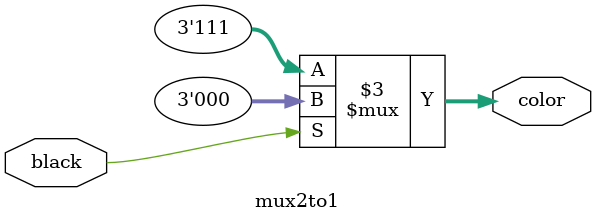
<source format=v>



module DanceDanceRev
	(
		CLOCK_50,						//	On Board 50 MHz
		KEY,							//	Push Button[3:0]
		SW,								//	DPDT Switch[17:0]
		VGA_CLK,   						//	VGA Clock
		VGA_HS,							//	VGA H_SYNC
		VGA_VS,							//	VGA V_SYNC
		VGA_BLANK,						//	VGA BLANK
		VGA_SYNC,						//	VGA SYNC
		VGA_R,   						//	VGA Red[9:0]
		VGA_G,	 						//	VGA Green[9:0]
		VGA_B,   						//	VGA Blue[9:0]
		HEX0,
		HEX1,
		HEX2,
		HEX3,
		HEX4,
		HEX5,
		GPIO_0,
		AUD_ADCDAT,

	// Bidirectionals
	AUD_BCLK,
	AUD_ADCLRCK,
	AUD_DACLRCK,

	FPGA_I2C_SDAT,

	// Outputs
	AUD_XCK,
	AUD_DACDAT,

	FPGA_I2C_SCLK,
	);
	
	input				AUD_ADCDAT;

// Bidirectionals
inout				AUD_BCLK;
inout				AUD_ADCLRCK;
inout				AUD_DACLRCK;

inout				FPGA_I2C_SDAT;

// Outputs
output				AUD_XCK;
output				AUD_DACDAT;

output				FPGA_I2C_SCLK;


	input			CLOCK_50;				//	50 MHz
	input	[3:0]	KEY;					//	Button[3:0]
	input	[9:0]	SW;						//	Switches[0:0]
	input [6:0]GPIO_0;
	
	output			VGA_CLK;   				//	VGA Clock
	output			VGA_HS;					//	VGA H_SYNC
	output			VGA_VS;					//	VGA V_SYNC
	output			VGA_BLANK;				//	VGA BLANK
	output			VGA_SYNC;				//	VGA SYNC
	output	[9:0]	VGA_R;   				//	VGA Red[9:0]
	output	[9:0]	VGA_G;	 				//	VGA Green[9:0]
	output	[9:0]	VGA_B;   				//	VGA Blue[9:0]
	output [6:0]HEX0, HEX1,HEX2,HEX3,HEX4,HEX5;
	wire resetn;
	
	wire [3:0]HEXCOUNTER1;
	wire [3:0]HEXCOUNTER2;
	wire [3:0]HEXCOUNTER3;
	wire [3:0]HEXCOUNTER4;
	wire [7:0]scoring;
	
	
	wire [2:0] color;
	wire [7:0] x;
	wire [7:0] wir_x;
	wire [7:0] wir_y;
	wire [7:0] y;
	wire plot;
	wire [3:0]enableCount;
	wire [3:0]pressEnable;
	assign resetn = SW[0];

	
	
	// Create an Instance of a VGA controller - there can be only one!
	// Define the number of colours as well as the initial background
	// image file (.MIF) for the controller.
	
	
	
	
	vga_adapter VGA(
			.resetn(resetn),
			.clock(CLOCK_50),
			.colour(color),
			.x(wir_x),
			.y(wir_y),
			.plot(plot),
			/* Signals for the DAC to drive the monitor. */
			.VGA_R(VGA_R),
			.VGA_G(VGA_G),
			.VGA_B(VGA_B),
			.VGA_HS(VGA_HS),
			.VGA_VS(VGA_VS),
			.VGA_BLANK(VGA_BLANK),
			.VGA_SYNC(VGA_SYNC),
			.VGA_CLK(VGA_CLK));
			
		defparam VGA.RESOLUTION = "160x120";
		defparam VGA.MONOCHROME = "FALSE";
		defparam VGA.BITS_PER_COLOUR_CHANNEL = 1;
		defparam VGA.BACKGROUND_IMAGE = "backgroundimg.mif";
		
		//sends signals to drop blocks
dancechoreography d0(CLOCK_50,~SW[0],enableCount[3:0]);

		//uses FSM to drop blocks
part3 simulatechoreography(CLOCK_50, resetn,SW[7:0],wir_x,wir_y,color,plot,enableCount[3:0],pressEnable[3:0],scoring[7:0]);	

	// increments score depending on when pads are pressed
reactiontime test(pressEnable[0], pressEnable[1], pressEnable[2], pressEnable[3], scoring,  ~KEY[0], ~KEY[1], ~KEY[2], ~KEY[3],
			CLOCK_50, ~SW[0],HEXCOUNTER1,HEXCOUNTER2,HEXCOUNTER3,HEXCOUNTER4, ~GPIO_0[0], ~GPIO_0[2], ~GPIO_0[4], ~GPIO_0[6],SW[2]);
			
	hex_decoder  hex0(scoring[3:0], HEX0);
	hex_decoder  hex1(scoring[7:4], HEX1);
	hex_decoder  hex3(HEXCOUNTER1, HEX2);
	hex_decoder  hex4(HEXCOUNTER2, HEX3);
	hex_decoder  hex5(HEXCOUNTER3, HEX4);
	hex_decoder  hex6(HEXCOUNTER4, HEX5);
	
	
	
	//song instantiation
	audioTry DDRsong (
	// Inputs
	.CLOCK_50(CLOCK_50),
	.reset(SW[9]),

	.AUD_ADCDAT(AUD_ADCDAT),

	// Bidirectionals
	.AUD_BCLK(AUD_BCLK),
	.AUD_ADCLRCK(AUD_ADCLRCK),
	.AUD_DACLRCK(AUD_DACLRCK),

	.FPGA_I2C_SDAT(FPGA_I2C_SDAT),

	// Outputs
	.AUD_XCK(AUD_XCK),
	.AUD_DACDAT(AUD_DACDAT),

	.FPGA_I2C_SCLK(FPGA_I2C_SCLK),
	//LEDR
);
		endmodule







module dancechoreography(clock,resetn,enablecount);
input clock;
input resetn;
output reg [3:0]enablecount;//enablecount 1 2 3 4 

reg [29:0]counterbetweenpulses;//counts between pulses
reg [29:0]upcounter;
reg [1:0]analysetimebetweensteps;
reg [200:0]choreography;
reg [200:0]timing;
reg [20:0]timingcounter;
reg [1:0]analysewhichsteptopress;
reg [1:0]storeChorBits; //used to shift the bits that have been bit shifted

always@(posedge clock)

begin
case(analysetimebetweensteps)//adjust numbers below to mark time between block drops

2'd0:begin
	counterbetweenpulses<=30'd9999999;//
	end
2'd1:begin
	counterbetweenpulses<=30'd5999999;
	end
2'd2:begin
	counterbetweenpulses<=30'd19999999;
	end
3'd3:begin
	counterbetweenpulses<=30'd8999999;
	end
endcase

end


always@(posedge clock)
begin
	case(analysewhichsteptopress)//encoder for which block to fall
	2'd0:begin
		enablecount<=4'b0001;
	end
	2'd1:begin
		enablecount<=4'b0010;
	end
	2'd2:begin
		enablecount<=4'b0100;
	end
	3'd3:begin
		enablecount<=4'b1000;
	end
	endcase
end

always@(posedge clock)
begin
if(resetn)
	begin
	//string of 200 bits to tell order of steps of blocks falling, and time between falling blocks
	choreography<= 201'b010101000001011100000011011000000100011001000011000000111001001110010011110011100111110011000101101011101010101101101100001010001101010001001010010100101101000110000010111001111111011001010001010100000;
	//choreography[200:193]<=8'b11011000;
	//choreography[192:0]<=193'b0;
	timing <= 201'b110011100010011100111100001101001000110011000000010100101100011010101111000001100101110010101100010100000000101100011011110010101001000001110011110101011111100011100101110000010110010000010011011101100; 
	//timing[200:193]<=8'b11001001;
	//timing[192:0]<=193'b0;
	analysewhichsteptopress<=2'b11;
	analysetimebetweensteps<=2'b11;
	storeChorBits<=2'b11;
	upcounter<=0;
	end
else
	begin 
	if(upcounter>=counterbetweenpulses)
		begin
		timing<=timing<<2;
		storeChorBits <= choreography[200:199];
		choreography<=choreography<<2;
		//resetting the choreography
		choreography[1:0] <= storeChorBits;
		timing[1:0]<=analysewhichsteptopress;
		analysewhichsteptopress<=choreography[200:199];
		analysetimebetweensteps<=timing[200:199];
		upcounter <= 30'd0;
		end
	else if(upcounter<counterbetweenpulses)
		begin
		upcounter<=upcounter+1;
		end

	//added portion here to reset

	end
end
endmodule 


module reactiontime(enableCount1, enableCount2, enableCount3, enableCount4, overallScore, press1, press2, press3, press4, clk, reset,HEXCOUNTER1,HEXCOUNTER2,HEXCOUNTER3,HEXCOUNTER4,pad1, pad2, pad3, pad4,resetscore);
	
	//enable signals for the counters
	input enableCount1, enableCount2, enableCount3, enableCount4, clk, reset;
	reg startCount1, startCount2, startCount3, startCount4;
	reg enablescore;
	reg [25:0]countbeforeincrement;	
	//inputs of user pressing the keys
	input press1, press2, press3, press4, pad1, pad2, pad3, pad4;
	input resetscore;
	
	//counters, which will determine keep track of how much time user has to press the buttons
	reg [30:0] count1, count2, count3, count4;

	//will display score on the screen, can display these on hexes as well
	output reg [7:0]overallScore; 
	output reg [3:0]HEXCOUNTER1;
	output reg [3:0]HEXCOUNTER2;
	output reg [3:0]HEXCOUNTER3;
	output reg [3:0]HEXCOUNTER4;
	
	

	
	always@(posedge clk)
		begin
			if(resetscore)begin
			overallScore<=8'b0;end
			if(reset) begin  //down counter for each block reaction time window
				count1=31'd50000000;
				count2=31'd50000000;
				count3=31'd50000000;
				count4=31'd50000000;
				countbeforeincrement<=0;
				overallScore<=8'b0;
				
				end
			else begin
			if(enableCount1)
				startCount1<=1'b1;
			if(enableCount2)
				startCount2<=1'b1;
			if(enableCount3)
				startCount3<=1'b1;
			if(enableCount4)
				startCount4<=1'b1;
			if(enablescore==1'b1)
				begin//counter to ensure score increments by 1 when reaction occurs
					if(countbeforeincrement<26'd5000000)
					countbeforeincrement<=countbeforeincrement+1;
					else if(countbeforeincrement>=26'd5000000)
						begin
						overallScore<=overallScore+1;
						enablescore<=1'b0;
						countbeforeincrement<=0;
						end
				end
			
			if(startCount1)begin
			
				if(count1 > 31'd90000000)//some parts are residual code from older milestons
					begin
					HEXCOUNTER1<=4'd3;
					count1<=count1-1;
					end
				else if(count1<=31'd90000000 && count1>31'd50000001)
					begin
					HEXCOUNTER1 <= 4'd2;
					count1<=count1-1;
					if(press1 || pad1)
						begin
						enablescore<=1'b1;
						startCount1 <= 1'b0;
						count1 <= 31'd0;
						HEXCOUNTER1 <= 3'd0;
						end
					end
				else if(count1<=31'd50000001 && count1>31'd5000000)//countdown begins here for block1. 
					begin
					HEXCOUNTER1<=4'd1;
					count1<=count1-1;
					if(press1 || pad1)//pressing enables score to increment and count to reset, same goes for the following blocks
						begin
						enablescore<=1'b1;
						startCount1<=1'b0;
						count1<=31'd0;
						HEXCOUNTER1<=3'd0;
						end
					end
				else if(count1<=31'd5000000&&count1>31'd0)
					begin
					HEXCOUNTER1<=4'd0;
					count1<=count1-1;
					if(press1 || pad1)
						begin
						enablescore<=1'b1;
						startCount1<=1'b0;
						count1<=31'd0;
						HEXCOUNTER1<=3'd0;
						end
					end
				else if(count1==31'd0)
					begin
					count1<=31'd50000000;
					startCount1<=1'b0;
					end
				end
			if(startCount2)begin
			
				if(count2>31'd90000000)
					begin
					HEXCOUNTER2<=4'd3;
					count2<=count2-1;
					end
				else if(count2<=31'd90000000&&count2>31'd50000001)
					begin
					HEXCOUNTER2<=4'd2;
					count2<=count2-1;
					if(press2 || pad2)
						begin
						enablescore<=1'b1;
						startCount2<=1'b0;
						count2<=31'd0;
						HEXCOUNTER2<=3'd0;
						end
					end
				else if(count2<=31'd50000001&&count2>31'd5000000)
					begin
					HEXCOUNTER2<=4'd1;
					count2<=count2-1;
					if(press2 || pad2)
						begin
						enablescore<=1'b1;
						startCount2<=1'b0;
						count2<=31'd0;
						HEXCOUNTER2<=3'd0;
						end
					end
				else if(count2<=31'd5000000&&count2>31'd0)
					begin
					HEXCOUNTER2<=4'd0;
					count2<=count2-1;
					if(press2 || pad2)
						begin
						enablescore<=1'b1;
						startCount2<=1'b0;
						count2<=31'd0;
						HEXCOUNTER2<=3'd0;
						end
					end
				else if(count2==31'd0)
					begin
					count2<=31'd50000000;
					startCount2 <= 1'b0;
					end
				end
			if(startCount3)begin
			
				if(count3>31'd90000000)
					begin
					HEXCOUNTER3<=4'd3;
					count3<=count3-1;
					end
				else if(count3<=31'd90000000&&count3>31'd50000001)
					begin
					HEXCOUNTER3<=4'd2;
					count3<=count3-1;
					if(press3 || pad3)
						begin
						enablescore<=1'b1;
						startCount3<=1'b0;
						count3<=31'd0;
						HEXCOUNTER3<=3'd0;
						end
					end
				else if(count3<=31'd50000001&&count3>31'd5000000)
					begin
					HEXCOUNTER3<=4'd1;
					count3<=count3-1;
					if(press3 || pad3)
						begin
						enablescore<=1'b1;
						startCount3 <= 1'b0;
						count3 <= 31'd0;
						HEXCOUNTER3<=3'd0;
						end
					end
				else if(count3<=31'd5000000&&count3>31'd0)
					begin
					HEXCOUNTER3<=4'd0;
					count3<=count3-1;
					if(press3 || pad3)
						begin
						enablescore<=1'b1;
						startCount3<=1'b0;
						count3<=31'd0;
						HEXCOUNTER3<=3'd0;
						end
					end
				else if(count3==31'd0)
					begin
					count3<=31'd50000000;
					startCount3<=1'b0;
					end
				end
			if(startCount4)begin
			
				if(count4>31'd90000000)
					begin
					HEXCOUNTER4<=4'd3;
					count4<=count4-1;
					end
				else if(count4<=31'd90000000&&count4>31'd50000001)
					begin
					HEXCOUNTER4<=4'd2;
					count4<=count4-1;
					if(press4 || pad4)
						begin
						enablescore<=1'b1;
						startCount4<=1'b0;
						count4<=31'd0;
						HEXCOUNTER4<=3'd0;
						end
					end
				else if(count4<=31'd50000001&&count4>31'd5000000)
					begin
					HEXCOUNTER4<=4'd1;
					count4<=count4-1;
					if(press4 || pad4)
						begin
						enablescore<=1'b1;
						startCount4<=1'b0;
						count4<=31'd0;
						HEXCOUNTER4<=3'd0;
						end
					end
				else if(count4<=31'd5000000&&count4>31'd0)
					begin
					HEXCOUNTER4<=4'd0;
					count4<=count4-1;
					if(press4 || pad4)
						begin
						enablescore<=1'b1;
						startCount4<=1'b0;
						count4<=31'd0;
						HEXCOUNTER4<=3'd0;
						end
					end
				else if(count4==31'd0)
					begin
					count4<=31'd50000000;
					startCount4<=1'b0;
					end
				end
				
			end
		end
		
	
	

		
				
				
				
	endmodule

	module hex_decoder(hex_digit, segments);
    input [3:0] hex_digit;
    output reg [6:0] segments;
   
    always @(*)
        case (hex_digit)
            4'h0: segments = 7'b100_0000;
            4'h1: segments = 7'b111_1001;
            4'h2: segments = 7'b010_0100;
            4'h3: segments = 7'b011_0000;
            4'h4: segments = 7'b001_1001;
            4'h5: segments = 7'b001_0010;
            4'h6: segments = 7'b000_0010;
            4'h7: segments = 7'b111_1000;
            4'h8: segments = 7'b000_0000;
            4'h9: segments = 7'b001_1000;
            4'hA: segments = 7'b000_1000;
            4'hB: segments = 7'b000_0011;
            4'hC: segments = 7'b100_0110;
            4'hD: segments = 7'b010_0001;
            4'hE: segments = 7'b000_0110;
            4'hF: segments = 7'b000_1110;   
            default: segments = 7'h7f;
        endcase
endmodule

				









		
module part3(clock, resetn,inputs,wir_x,wir_y,colour,plot,enablecount,pressEnable,score);
input clock,resetn;
input [7:0]score;
output plot;
output [3:0]pressEnable;
input [7:0]inputs;
input [3:0]enablecount;
wire [10:0]state;
wire [7:0]x;
wire [7:0]y;
wire [7:0]x1;
wire [7:0]y1;
wire [7:0]x2;
wire [7:0]y2;
wire [7:0]x3;
wire [7:0]y3;
wire [7:0]y4;
wire [7:0]x4;
wire [7:0]y5;
wire [7:0]x5;

assign y4=8'd30;
assign x4=8'd110;
assign y5=8'd30;
assign x5=8'd103;
wire black,moveup,movedown,moveleft,moveright;
wire [5:0]draw;
output [7:0] wir_x;
output [7:0] wir_y;
output [2:0] colour;
reg [7:0]finalx;
reg [7:0]finaly;
wire [7:0]wir_x1;
wire [7:0]wir_x2;
wire [7:0]wir_y1;
wire [7:0]wir_y2;
reg [3:0]inputscore;
//control tells datapath to either draw change position or destroy blocks
control C0(clock,resetn,inputs,state);
//datapath does that
datapath D0(clock,resetn,state,x,y,x1,y1,x2,y2,x3,y3,inputs,black,movedown,plot,draw,enablecount,pressEnable);
always@(*)
begin
if(draw==6'b100000)
	inputscore<=score[7:4];
else if (draw==6'b010000)
	inputscore<=score[3:0];
end
always@(posedge clock)//coordinates of blocks change, we use an (x,y) pair for each column and must store that into the VGA at appropriate time
begin
case(draw)
5'b00001:begin
	finalx<=x;
	finaly<=y;
	
	end	
5'b00010:begin
	finalx<=x1;
	finaly<=y1;

	end	
5'b00100:begin
	finalx<=x2;
	finaly<=y2;
	
	end	
5'b01000:begin
	finalx<=x3;
	finaly<=y3;
	
	end
5'b10000: begin
	finalx<=x4;
	finaly<=y4;
	end
6'b100000:begin
	finalx<=x5;
	finaly<=y5;
	end	
endcase
end
square S0(finalx,finaly, clock, wir_x,  wir_y,black,resetn,draw[5:0],plot,colour,inputscore);//draws square and score blocks


endmodule

module control(clock,resetn,inputs,state);
input clock;
input [7:0]inputs;
input resetn;


output reg [10:0]state;
reg [27:0]counter;
reg [10:0]drawcount;
always@(posedge clock)
	begin
	if(~resetn)
	begin
	state<=0;
	counter<=0;
	drawcount<=0;
	end
	else 
		begin
			case(state)
			25'd0://find the places x0 x1 x2 and x3 are falling (only check the block points if y is at 0 or )
				begin
				if(drawcount<=4)
					drawcount<=drawcount+1;
				else if(drawcount>4)
					begin
					drawcount<=0;
					state<=state+1;
					end
				end
			25'd1:begin//draw block 1
				if(drawcount<=17)
					drawcount<=drawcount+1;
				else if(drawcount>17)
					begin
					drawcount<=0;
					state<=state+1;
					end
				end
			25'd2: state<=state+1;
			25'd3:
			begin
				if(drawcount<=4)
					drawcount<=drawcount+1;
				else if(drawcount>4)
					begin
					drawcount<=0;
					state<=state+1;
					end
				end
			25'd4://draw block 2
				begin
				if(drawcount<=17)
					drawcount<=drawcount+1;
				else if(drawcount>17)
					begin
					drawcount<=0;
					state<=state+1;
					end
				end
			25'd5: state<=state+1;
			25'd6:begin
				if(drawcount<=4)
					drawcount<=drawcount+1;
				else if(drawcount>4)
					begin
					drawcount<=0;
					state<=state+1;
					end
				end
			25'd7:begin//draw block 3
				if(drawcount<=17)
					drawcount<=drawcount+1;
				else if(drawcount>17)
					begin
					drawcount<=0;
					state<=state+1;
					end
				end
			25'd8: state<=state+1;
			25'd9:begin
				if(drawcount<=4)
					drawcount<=drawcount+1;
				else if(drawcount>4)
					begin
					drawcount<=0;
					state<=state+1;
					end
				end
			25'd10:begin//draw block 4
				if(drawcount<=17)
					drawcount<=drawcount+1;
				else if(drawcount>17)
					begin
					drawcount<=0;
					state<=state+1;
					end
				end

			25'd11:begin//counter
					if(counter<=28'd833333)
					counter<=counter+1;
					else
						begin
						counter<=0;
						state<=state+1;
						end
					end
			25'd12: state<=state+1;
			25'd13:begin
				if(drawcount<=4)
					drawcount<=drawcount+1;
				else if(drawcount>4)
					begin
					drawcount<=0;
					state<=state+1;
					end
				end	
			25'd14:begin//delete to black1
					if(drawcount<=17)
					drawcount<=drawcount+1;
				else if(drawcount>17)
						begin
						drawcount<=0;
						state<=state+1;
						end
					end
			25'd15: state<=state+1;
			25'd16:
			begin
				if(drawcount<=4)
					drawcount<=drawcount+1;
				else if(drawcount>4)
					begin
					drawcount<=0;
					state<=state+1;
					end
				end
			25'd17:begin//deletetoblack 2
				if(drawcount<=17)
					drawcount<=drawcount+1;
				else if(drawcount>17)
					begin
					drawcount<=0;
					state<=state+1;
					end
				end
			25'd18: state<=state+1;
			25'd19:
			begin
				if(drawcount<=4)
					drawcount<=drawcount+1;
				else if(drawcount>4)
					begin
					drawcount<=0;
					state<=state+1;
					end
				end
			25'd20:begin//deleteto black 3
					if(drawcount<=17)
					drawcount<=drawcount+1;
				else if(drawcount>17)
						begin
						drawcount<=0;
						state<=state+1;
							end
					end
			25'd21:state<=state+1;
			25'd22:begin
				if(drawcount<=4)
					drawcount<=drawcount+1;
				else if(drawcount>4)
					begin
					drawcount<=0;
					state<=state+1;
					end
				end
			25'd23:begin//deletetoblack 4
				if(drawcount<=17)
					drawcount<=drawcount+1;
				else if(drawcount>17)
					begin
					drawcount<=0;
					state<=state+1;
					end
				end
			25'd24:state<=state+1;
			25'd25:state<=state+1;
			25'd26:begin
				if(drawcount<=4)
					drawcount<=drawcount+1;
				else if(drawcount>4)
					begin
					drawcount<=0;
					state<=state+1;
					end
				end
			25'd27:begin
				if(drawcount<=100)//draw ones score in hexadecimal
					drawcount<=drawcount+1;
				else if(drawcount>100)
					begin
					drawcount<=0;
					state<=state+1;
					end
				end
			25'd28:state<=state+1;
			25'd29:state<=state+1;
			25'd30:begin
				if(drawcount<=4)
					drawcount<=drawcount+1;
				else if(drawcount>4)
					begin
					drawcount<=0;
					state<=state+1;
					end
				end
			25'd31:begin
				if(drawcount<=100)//draw tens score in hexadecimal
					drawcount<=drawcount+1;
				else if(drawcount>100)
					begin
					drawcount<=0;
					state<=state+1;
					end
				end
			25'd32:state<=state+1;
			25'd33:begin
				if(drawcount<=4)
					drawcount<=drawcount+1;
				else if(drawcount>4)
					begin
					drawcount<=0;
					state<=0;
					end
				end
					
			default: ;

			endcase
		end
	end



endmodule

module datapath(clock,resetn,state,x,y,x1,y1,x2,y2,x3,y3,inputs,black,movedown,plot,draw,enablecount,pressEnable);
input clock;
input [7:0]inputs;
input resetn;
input [10:0] state;
input [3:0]enablecount;
output reg [3:0]pressEnable;
output reg [7:0]x;
output reg [7:0]y;
output reg [7:0]x1;
output reg [7:0]y1;
output reg [7:0]x2;
output reg [7:0]y2;
output reg [7:0]x3;
output reg [7:0]y3;
output reg plot;
output reg movedown;
output reg black;
output reg [5:0]draw;
reg [3:0]rundown;

always@(posedge clock)
begin
if(~resetn) begin
	plot<=0;
	draw<=0;
	black<=0;
	movedown<=0;
	x<=8'd20;
	y<=8'd20;
	x1<=8'd40;
	y1<=8'd20;
	x2<=8'd60;
	y2<=8'd20;
	x3<=8'd80;
	y3<=8'd20;
	pressEnable<=4'd0;
	rundown<=4'b0;
	end 
	else if(resetn)  begin
	if(enablecount[0]==1&&y==20)//first take in signals to know if blocks should start falling
				begin
					rundown[0]<=1;
					x<= 8'd20;
					y<=8'd20;
				end
				if(enablecount[1]==1&&y1==20)
				begin
					rundown[1]<=1;
					x1<=8'd40;
					y1<=8'd20;
				end
				if(enablecount[2]==1&&y2==20)
				begin
					rundown[2]<=1;
					x2<=8'd60;
						y2<=8'd20;
				end
				if(enablecount[3]==1&&y3==20)
				begin
					rundown[3]<=1;
					x3<=8'd80;
					y3<=8'd20;
				end
		case(state)		
				
		25'd0:begin
		plot<=0;
		draw<=4'b0001;
		end
		25'd1:begin//draw block 1
		if(rundown[0])
			begin
			plot<=1;
			draw<=4'b0001;
			end

		end
		25'd2: draw<=0;
		25'd3: begin
		plot<=0;
		draw<=4'b0010;
		end
		25'd4:
		begin
		if(rundown[1])//draw block 2
			begin
			plot<=1;
			draw<=4'b0010;
			end
		end
		25'd5: draw<=0;
		25'd6:begin
		plot<=0;
		draw<=4'b0100;
		end
		25'd7:begin
		if(rundown[2])//draw block 3
			begin
			plot<=1;
			draw<=4'b0100;
			end
		end
		25'd8: draw<=0;
		25'd9:begin
		plot<=0;
		draw<=4'b1000;
		end
		25'd10:begin//draw block 4
		if(rundown[3])
			begin
			plot<=1;//output changes to square
			draw<=4'b1000;//run through squares changes
			end
		end
		25'd11:;//firstcounter
		25'd12: draw<=0;
		25'd13:begin
		plot<=0;
		draw<=4'b0001;
		end
		25'd14:begin//deletetoblack block 0
		if(rundown[0])
			begin
			plot<=1;
			black<=1;
			draw<=4'b0001;
			end
		end
		25'd15: draw<=0;
		25'd16:begin
		plot<=0;
		draw<=4'b0010;
		end
		25'd17:begin//drawblack on current x values block 1
		if(rundown[1])
			begin
			plot<=1;
			black<=1;
			draw<=4'b0010;
			end
		end
		25'd18: draw<=0;
		25'd19:begin
		plot<=0;
		draw<=4'b0100;
		end
		25'd20:begin//drawblack on current x values block 2
		if(rundown[2])
			begin
			plot<=1;
			black<=1;
			draw<=4'b0100;
			end
		end
		25'd21: draw<=0;
		25'd22:begin
		plot<=0;
		draw<=4'b1000;
		end
		25'd23:begin 
		if(rundown[3])//draw black on current x values block 3
		begin
			black<=1;
			draw<=4'b1000;
			plot<=1;
			end
		end

		25'd24:begin //shift y coordinate down 1 pixel for each falling block
		black<=0;
		draw<=0;
		plot<=0;

		if(rundown[0])
			begin
			if(y>75)
			pressEnable[0]<=1;
			if(y<90)
			y<=y+1;
				else begin
				y<=20;
				rundown[0]<=0;
				pressEnable[0]<=0;
				end
			end

		if(rundown[1])
			begin
			if(y1>75)
			pressEnable[1]<=1;
			if(y1<90)
			y1<=y1+1;
				else begin
				y1<=20;
				rundown[1]<=0;
				pressEnable[1]<=0;
				end
			end
		if(rundown[2])
			begin
			if(y2>75)
			pressEnable[2]<=1;
			if(y2<90)
			y2<=y2+1;
				else begin
				y2<=20;
				rundown[2]<=0;
				pressEnable[2]<=0;
				end
			end
		if(rundown[3])
			begin
			if(y3>75)
			pressEnable[3]<=1;
			if(y3<90)
			y3<=y3+1;
				else begin
				y3<=20;
				rundown[3]<=0;
				pressEnable[3]<=0;
				end
			end
		end
		25'd25:begin
		draw<=0;
		end
		25'd26:begin
		plot<=0;
		draw<=5'b10000;
		end
		25'd27:plot<=1;//draw 1's score in hexadecimal
		25'd28:begin
		draw<=0;
		plot<=0;
		end
		25'd29:begin
		draw<=0;
		end
		25'd30:begin
		plot<=0;
		draw<=6'b100000;
		end
		25'd31:plot<=1;//draw 10's score in hexadecimal
		25'd32:begin
		draw<=0;
		plot<=0;
		end
		25'd33:
		begin
		plot<=0;
		draw<=4'b0001;
		end
		default: ;//hold
		endcase
	end
end


endmodule 
//draws both squares and scores
	module square (input [7:0]x,input [7:0]y, input clock, output [7:0] wir_x, output [7:0] wir_y,input black,input resetn,input [5:0]draw,input plot,output [2:0]colour,input [3:0]score);
		
		
		reg [2:0] countx = 3'b000; 
		reg [2:0] county = 3'b000;  
		reg go;
		reg [24:0]bits;
		reg [2:0] counter;
		reg assignblack;
		reg black2;
		 assign wir_x = x + countx;
		 assign wir_y = y + county;
		 
		 mux2to1 M0(assignblack, colour);
		always@(*)
			begin
			if(draw==5'b1||draw==5'd2||draw==5'd4||draw==5'd8)
			assignblack<=black;//for drawing over entirely in black or for drawing over entirely in white
			else if(draw==6'd16||6'd32)
			assignblack<=black2;//drawing scores have some squares black and some white
			end
			
		always@ (posedge clock)//draws squares
			if(~resetn||draw[5:0]==6'b0)
				begin
				countx<=3'b000;
				county<=3'b000;
				go<=1;//must control a different way
				counter<=0;
				end
			
			else if(plot)
					begin if(draw[3]==1'b1||draw[2]==1'b1||draw[1]==1'b1||draw[0]==1'b1)
						case(countx)
						3'd0: countx<=countx+1;
						3'd1: countx<=countx+1;
						3'd2:	countx<=countx+1;
						3'd3:	begin
						
								countx<=3'b0;
								if(county<=2)
									county<=county+1'b1;
								else if(county==3)
									begin
									county<=county;
									countx<=countx;
									end
								end
						endcase
					else if(draw[4]==1'b1||draw[5]==1'b1)
					begin
						case(score)
						//25 bits to draw score in hexadecimal
						4'd0: begin if(go) bits=25'b0111010001100011000101110;go<=0;end
						4'd1: begin if(go) bits=25'b0010000100001000010000100;go<=0;end
						4'd2: begin if(go) bits=25'b1111100001111111000011111;go<=0;end
						4'd3: begin if(go) bits=25'b1111100001111110000111111;go<=0;end
						4'd4: begin if(go) bits=25'b1000110001111110000100001;go<=0;end
						4'd5: begin if(go) bits=25'b1111110000111110000111111;go<=0;end
						4'd6: begin if(go) bits=25'b1111110000111111000111111;go<=0;end
						4'd7: begin if(go) bits=25'b1111100001000010000100001;go<=0;end
						4'd8: begin if(go) bits=25'b1111110001111111000111111;go<=0;end
						4'd9: begin if(go) bits=25'b1111110001111110000100001;go<=0;end
						4'hA: begin if(go) bits=25'b0111010001111111000110001;go<=0;end
						4'hB: begin if(go) bits=25'b1000010000111111000101110;go<=0;end
						4'hC: begin if(go) bits=25'b0111110000100001000001111;go<=0;end
						4'hD: begin if(go) bits=25'b0000100001111111000101110;go<=0;end
						4'hE: begin if(go) bits=25'b1111110000111111000011111;go<=0;end
						4'hF: begin if(go) bits=25'b1111110000111111000010000;go<=0;end
						default: bits=bits;
						endcase
						case(countx)//draws scores, bit shifts for each bit and analyzes if should be black or white to have 5x5 pixel shape resembling 1-F 
						3'd0: begin if(counter<2)
							begin
							counter<=counter+1;
							if(bits[24]==0)
							black2<=1'b1;//
							else if (bits[24]==1)
							black2<=1'b0;//
							end
						if(counter>=2)
							begin
							counter<=0;
							countx<=countx+1;
							bits<=bits<<1;
							end
						end
						3'd1: begin if(counter<2)
							begin
							counter<=counter+1;
							if(bits[24]==0)
							black2<=1'b1;//
							else if (bits[24]==1)
							black2<=1'b0;//
							end
						if(counter>=2)
							begin
							counter<=0;
							countx<=countx+1;
							bits<=bits<<1;
							end
						end
						3'd2: begin	if(counter<2)
							begin
							counter<=counter+1;
							if(bits[24]==0)
							black2<=1'b1;//
							else if (bits[24]==1)
							black2<=1'b0;//
							end
						if(counter>=2)
							begin
							counter<=0;
							countx<=countx+1;
							bits<=bits<<1;
							end
						end
						3'd3: begin if(counter<2)
							begin
							counter<=counter+1;
							if(bits[24]==0)
							black2<=1'b1;//
							else if (bits[24]==1)
							black2<=1'b0;//
							end
						if(counter>=2)
							begin
							counter<=0;
							countx<=countx+1;
							bits<=bits<<1;
							end
						end
						3'd4:	begin
						
							if(counter<2)
							begin
							counter<=counter+1;
							if(bits[24]==0)
							black2<=1'b1;//
							else if (bits[24]==1)
							black2<=1'b0;//
							end
						if(counter>=2)
							begin
							counter<=0;
							
							bits<=bits<<1;
							countx<=3'b0;
							if(county<=3)
								county<=county+1'b1;
							else if(county==4)
									begin
									county<=county;
									countx<=countx;
									end
							end
						end
						endcase
					end
				end
			endmodule

module mux2to1(input black,  output reg[2:0]color);//black or white?
			always@(*)

			begin
			if(black)
				color = 3'b000;
			else
				color = 3'b111;
				end
		endmodule					
				
				
				
				
				
				
				
				
				
				
				
				
				
					
				
				
				
				
				
				
				
				
					
</source>
